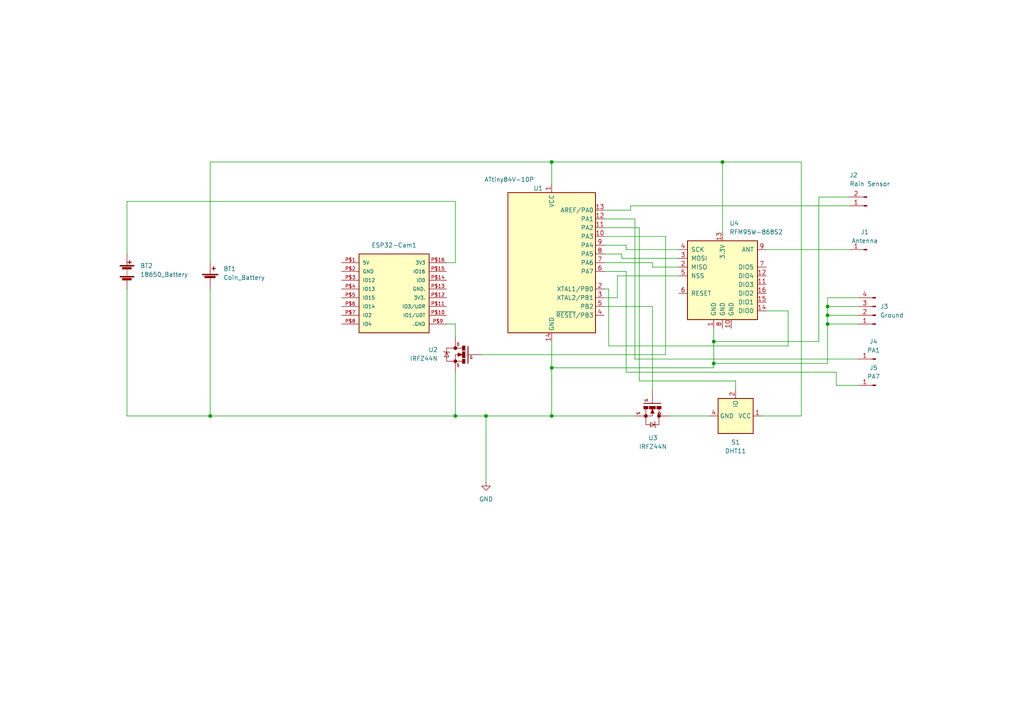
<source format=kicad_sch>
(kicad_sch (version 20211123) (generator eeschema)

  (uuid e63e39d7-6ac0-4ffd-8aa3-1841a4541b55)

  (paper "A4")

  (title_block
    (title "Vogelhaus_REV0.0.1")
    (date "2022-03-25")
    (rev "V0.0.1")
    (company "Moritz Honauer")
  )

  (lib_symbols
    (symbol "Connector:Conn_01x01_Male" (pin_names (offset 1.016) hide) (in_bom yes) (on_board yes)
      (property "Reference" "J" (id 0) (at 0 2.54 0)
        (effects (font (size 1.27 1.27)))
      )
      (property "Value" "Conn_01x01_Male" (id 1) (at 0 -2.54 0)
        (effects (font (size 1.27 1.27)))
      )
      (property "Footprint" "" (id 2) (at 0 0 0)
        (effects (font (size 1.27 1.27)) hide)
      )
      (property "Datasheet" "~" (id 3) (at 0 0 0)
        (effects (font (size 1.27 1.27)) hide)
      )
      (property "ki_keywords" "connector" (id 4) (at 0 0 0)
        (effects (font (size 1.27 1.27)) hide)
      )
      (property "ki_description" "Generic connector, single row, 01x01, script generated (kicad-library-utils/schlib/autogen/connector/)" (id 5) (at 0 0 0)
        (effects (font (size 1.27 1.27)) hide)
      )
      (property "ki_fp_filters" "Connector*:*" (id 6) (at 0 0 0)
        (effects (font (size 1.27 1.27)) hide)
      )
      (symbol "Conn_01x01_Male_1_1"
        (polyline
          (pts
            (xy 1.27 0)
            (xy 0.8636 0)
          )
          (stroke (width 0.1524) (type default) (color 0 0 0 0))
          (fill (type none))
        )
        (rectangle (start 0.8636 0.127) (end 0 -0.127)
          (stroke (width 0.1524) (type default) (color 0 0 0 0))
          (fill (type outline))
        )
        (pin passive line (at 5.08 0 180) (length 3.81)
          (name "Pin_1" (effects (font (size 1.27 1.27))))
          (number "1" (effects (font (size 1.27 1.27))))
        )
      )
    )
    (symbol "Connector:Conn_01x02_Male" (pin_names (offset 1.016) hide) (in_bom yes) (on_board yes)
      (property "Reference" "J" (id 0) (at 0 2.54 0)
        (effects (font (size 1.27 1.27)))
      )
      (property "Value" "Conn_01x02_Male" (id 1) (at 0 -5.08 0)
        (effects (font (size 1.27 1.27)))
      )
      (property "Footprint" "" (id 2) (at 0 0 0)
        (effects (font (size 1.27 1.27)) hide)
      )
      (property "Datasheet" "~" (id 3) (at 0 0 0)
        (effects (font (size 1.27 1.27)) hide)
      )
      (property "ki_keywords" "connector" (id 4) (at 0 0 0)
        (effects (font (size 1.27 1.27)) hide)
      )
      (property "ki_description" "Generic connector, single row, 01x02, script generated (kicad-library-utils/schlib/autogen/connector/)" (id 5) (at 0 0 0)
        (effects (font (size 1.27 1.27)) hide)
      )
      (property "ki_fp_filters" "Connector*:*_1x??_*" (id 6) (at 0 0 0)
        (effects (font (size 1.27 1.27)) hide)
      )
      (symbol "Conn_01x02_Male_1_1"
        (polyline
          (pts
            (xy 1.27 -2.54)
            (xy 0.8636 -2.54)
          )
          (stroke (width 0.1524) (type default) (color 0 0 0 0))
          (fill (type none))
        )
        (polyline
          (pts
            (xy 1.27 0)
            (xy 0.8636 0)
          )
          (stroke (width 0.1524) (type default) (color 0 0 0 0))
          (fill (type none))
        )
        (rectangle (start 0.8636 -2.413) (end 0 -2.667)
          (stroke (width 0.1524) (type default) (color 0 0 0 0))
          (fill (type outline))
        )
        (rectangle (start 0.8636 0.127) (end 0 -0.127)
          (stroke (width 0.1524) (type default) (color 0 0 0 0))
          (fill (type outline))
        )
        (pin passive line (at 5.08 0 180) (length 3.81)
          (name "Pin_1" (effects (font (size 1.27 1.27))))
          (number "1" (effects (font (size 1.27 1.27))))
        )
        (pin passive line (at 5.08 -2.54 180) (length 3.81)
          (name "Pin_2" (effects (font (size 1.27 1.27))))
          (number "2" (effects (font (size 1.27 1.27))))
        )
      )
    )
    (symbol "Connector:Conn_01x04_Male" (pin_names (offset 1.016) hide) (in_bom yes) (on_board yes)
      (property "Reference" "J" (id 0) (at 0 5.08 0)
        (effects (font (size 1.27 1.27)))
      )
      (property "Value" "Conn_01x04_Male" (id 1) (at 0 -7.62 0)
        (effects (font (size 1.27 1.27)))
      )
      (property "Footprint" "" (id 2) (at 0 0 0)
        (effects (font (size 1.27 1.27)) hide)
      )
      (property "Datasheet" "~" (id 3) (at 0 0 0)
        (effects (font (size 1.27 1.27)) hide)
      )
      (property "ki_keywords" "connector" (id 4) (at 0 0 0)
        (effects (font (size 1.27 1.27)) hide)
      )
      (property "ki_description" "Generic connector, single row, 01x04, script generated (kicad-library-utils/schlib/autogen/connector/)" (id 5) (at 0 0 0)
        (effects (font (size 1.27 1.27)) hide)
      )
      (property "ki_fp_filters" "Connector*:*_1x??_*" (id 6) (at 0 0 0)
        (effects (font (size 1.27 1.27)) hide)
      )
      (symbol "Conn_01x04_Male_1_1"
        (polyline
          (pts
            (xy 1.27 -5.08)
            (xy 0.8636 -5.08)
          )
          (stroke (width 0.1524) (type default) (color 0 0 0 0))
          (fill (type none))
        )
        (polyline
          (pts
            (xy 1.27 -2.54)
            (xy 0.8636 -2.54)
          )
          (stroke (width 0.1524) (type default) (color 0 0 0 0))
          (fill (type none))
        )
        (polyline
          (pts
            (xy 1.27 0)
            (xy 0.8636 0)
          )
          (stroke (width 0.1524) (type default) (color 0 0 0 0))
          (fill (type none))
        )
        (polyline
          (pts
            (xy 1.27 2.54)
            (xy 0.8636 2.54)
          )
          (stroke (width 0.1524) (type default) (color 0 0 0 0))
          (fill (type none))
        )
        (rectangle (start 0.8636 -4.953) (end 0 -5.207)
          (stroke (width 0.1524) (type default) (color 0 0 0 0))
          (fill (type outline))
        )
        (rectangle (start 0.8636 -2.413) (end 0 -2.667)
          (stroke (width 0.1524) (type default) (color 0 0 0 0))
          (fill (type outline))
        )
        (rectangle (start 0.8636 0.127) (end 0 -0.127)
          (stroke (width 0.1524) (type default) (color 0 0 0 0))
          (fill (type outline))
        )
        (rectangle (start 0.8636 2.667) (end 0 2.413)
          (stroke (width 0.1524) (type default) (color 0 0 0 0))
          (fill (type outline))
        )
        (pin passive line (at 5.08 2.54 180) (length 3.81)
          (name "Pin_1" (effects (font (size 1.27 1.27))))
          (number "1" (effects (font (size 1.27 1.27))))
        )
        (pin passive line (at 5.08 0 180) (length 3.81)
          (name "Pin_2" (effects (font (size 1.27 1.27))))
          (number "2" (effects (font (size 1.27 1.27))))
        )
        (pin passive line (at 5.08 -2.54 180) (length 3.81)
          (name "Pin_3" (effects (font (size 1.27 1.27))))
          (number "3" (effects (font (size 1.27 1.27))))
        )
        (pin passive line (at 5.08 -5.08 180) (length 3.81)
          (name "Pin_4" (effects (font (size 1.27 1.27))))
          (number "4" (effects (font (size 1.27 1.27))))
        )
      )
    )
    (symbol "Device:Battery" (pin_numbers hide) (pin_names (offset 0) hide) (in_bom yes) (on_board yes)
      (property "Reference" "BT" (id 0) (at 2.54 2.54 0)
        (effects (font (size 1.27 1.27)) (justify left))
      )
      (property "Value" "Battery" (id 1) (at 2.54 0 0)
        (effects (font (size 1.27 1.27)) (justify left))
      )
      (property "Footprint" "" (id 2) (at 0 1.524 90)
        (effects (font (size 1.27 1.27)) hide)
      )
      (property "Datasheet" "~" (id 3) (at 0 1.524 90)
        (effects (font (size 1.27 1.27)) hide)
      )
      (property "ki_keywords" "batt voltage-source cell" (id 4) (at 0 0 0)
        (effects (font (size 1.27 1.27)) hide)
      )
      (property "ki_description" "Multiple-cell battery" (id 5) (at 0 0 0)
        (effects (font (size 1.27 1.27)) hide)
      )
      (symbol "Battery_0_1"
        (rectangle (start -2.032 -1.397) (end 2.032 -1.651)
          (stroke (width 0) (type default) (color 0 0 0 0))
          (fill (type outline))
        )
        (rectangle (start -2.032 1.778) (end 2.032 1.524)
          (stroke (width 0) (type default) (color 0 0 0 0))
          (fill (type outline))
        )
        (rectangle (start -1.3208 -1.9812) (end 1.27 -2.4892)
          (stroke (width 0) (type default) (color 0 0 0 0))
          (fill (type outline))
        )
        (rectangle (start -1.3208 1.1938) (end 1.27 0.6858)
          (stroke (width 0) (type default) (color 0 0 0 0))
          (fill (type outline))
        )
        (polyline
          (pts
            (xy 0 -1.524)
            (xy 0 -1.27)
          )
          (stroke (width 0) (type default) (color 0 0 0 0))
          (fill (type none))
        )
        (polyline
          (pts
            (xy 0 -1.016)
            (xy 0 -0.762)
          )
          (stroke (width 0) (type default) (color 0 0 0 0))
          (fill (type none))
        )
        (polyline
          (pts
            (xy 0 -0.508)
            (xy 0 -0.254)
          )
          (stroke (width 0) (type default) (color 0 0 0 0))
          (fill (type none))
        )
        (polyline
          (pts
            (xy 0 0)
            (xy 0 0.254)
          )
          (stroke (width 0) (type default) (color 0 0 0 0))
          (fill (type none))
        )
        (polyline
          (pts
            (xy 0 0.508)
            (xy 0 0.762)
          )
          (stroke (width 0) (type default) (color 0 0 0 0))
          (fill (type none))
        )
        (polyline
          (pts
            (xy 0 1.778)
            (xy 0 2.54)
          )
          (stroke (width 0) (type default) (color 0 0 0 0))
          (fill (type none))
        )
        (polyline
          (pts
            (xy 0.254 2.667)
            (xy 1.27 2.667)
          )
          (stroke (width 0.254) (type default) (color 0 0 0 0))
          (fill (type none))
        )
        (polyline
          (pts
            (xy 0.762 3.175)
            (xy 0.762 2.159)
          )
          (stroke (width 0.254) (type default) (color 0 0 0 0))
          (fill (type none))
        )
      )
      (symbol "Battery_1_1"
        (pin passive line (at 0 5.08 270) (length 2.54)
          (name "+" (effects (font (size 1.27 1.27))))
          (number "1" (effects (font (size 1.27 1.27))))
        )
        (pin passive line (at 0 -5.08 90) (length 2.54)
          (name "-" (effects (font (size 1.27 1.27))))
          (number "2" (effects (font (size 1.27 1.27))))
        )
      )
    )
    (symbol "Device:Battery_Cell" (pin_numbers hide) (pin_names (offset 0) hide) (in_bom yes) (on_board yes)
      (property "Reference" "BT" (id 0) (at 2.54 2.54 0)
        (effects (font (size 1.27 1.27)) (justify left))
      )
      (property "Value" "Battery_Cell" (id 1) (at 2.54 0 0)
        (effects (font (size 1.27 1.27)) (justify left))
      )
      (property "Footprint" "" (id 2) (at 0 1.524 90)
        (effects (font (size 1.27 1.27)) hide)
      )
      (property "Datasheet" "~" (id 3) (at 0 1.524 90)
        (effects (font (size 1.27 1.27)) hide)
      )
      (property "ki_keywords" "battery cell" (id 4) (at 0 0 0)
        (effects (font (size 1.27 1.27)) hide)
      )
      (property "ki_description" "Single-cell battery" (id 5) (at 0 0 0)
        (effects (font (size 1.27 1.27)) hide)
      )
      (symbol "Battery_Cell_0_1"
        (rectangle (start -2.286 1.778) (end 2.286 1.524)
          (stroke (width 0) (type default) (color 0 0 0 0))
          (fill (type outline))
        )
        (rectangle (start -1.5748 1.1938) (end 1.4732 0.6858)
          (stroke (width 0) (type default) (color 0 0 0 0))
          (fill (type outline))
        )
        (polyline
          (pts
            (xy 0 0.762)
            (xy 0 0)
          )
          (stroke (width 0) (type default) (color 0 0 0 0))
          (fill (type none))
        )
        (polyline
          (pts
            (xy 0 1.778)
            (xy 0 2.54)
          )
          (stroke (width 0) (type default) (color 0 0 0 0))
          (fill (type none))
        )
        (polyline
          (pts
            (xy 0.508 3.429)
            (xy 1.524 3.429)
          )
          (stroke (width 0.254) (type default) (color 0 0 0 0))
          (fill (type none))
        )
        (polyline
          (pts
            (xy 1.016 3.937)
            (xy 1.016 2.921)
          )
          (stroke (width 0.254) (type default) (color 0 0 0 0))
          (fill (type none))
        )
      )
      (symbol "Battery_Cell_1_1"
        (pin passive line (at 0 5.08 270) (length 2.54)
          (name "+" (effects (font (size 1.27 1.27))))
          (number "1" (effects (font (size 1.27 1.27))))
        )
        (pin passive line (at 0 -2.54 90) (length 2.54)
          (name "-" (effects (font (size 1.27 1.27))))
          (number "2" (effects (font (size 1.27 1.27))))
        )
      )
    )
    (symbol "ESP32-CAM:ESP32-CAM" (pin_names (offset 1.016)) (in_bom yes) (on_board yes)
      (property "Reference" "U" (id 0) (at -10.16 20.32 0)
        (effects (font (size 1.27 1.27)) (justify left bottom))
      )
      (property "Value" "ESP32-CAM" (id 1) (at 0 0 0)
        (effects (font (size 1.27 1.27)) (justify left bottom) hide)
      )
      (property "Footprint" "ESP32-CAM" (id 2) (at 0 0 0)
        (effects (font (size 1.27 1.27)) (justify left bottom) hide)
      )
      (property "Datasheet" "" (id 3) (at 0 0 0)
        (effects (font (size 1.27 1.27)) (justify left bottom) hide)
      )
      (property "ki_locked" "" (id 4) (at 0 0 0)
        (effects (font (size 1.27 1.27)))
      )
      (symbol "ESP32-CAM_0_0"
        (rectangle (start -10.16 -5.08) (end 10.16 17.78)
          (stroke (width 0.254) (type default) (color 0 0 0 0))
          (fill (type background))
        )
        (pin bidirectional line (at -15.24 15.24 0) (length 5.08)
          (name "5V" (effects (font (size 1.016 1.016))))
          (number "P$1" (effects (font (size 1.016 1.016))))
        )
        (pin bidirectional line (at 15.24 0 180) (length 5.08)
          (name "IO1/U0T" (effects (font (size 1.016 1.016))))
          (number "P$10" (effects (font (size 1.016 1.016))))
        )
        (pin bidirectional line (at 15.24 2.54 180) (length 5.08)
          (name "IO3/U0R" (effects (font (size 1.016 1.016))))
          (number "P$11" (effects (font (size 1.016 1.016))))
        )
        (pin bidirectional line (at 15.24 5.08 180) (length 5.08)
          (name "3V3." (effects (font (size 1.016 1.016))))
          (number "P$12" (effects (font (size 1.016 1.016))))
        )
        (pin bidirectional line (at 15.24 7.62 180) (length 5.08)
          (name "GND." (effects (font (size 1.016 1.016))))
          (number "P$13" (effects (font (size 1.016 1.016))))
        )
        (pin bidirectional line (at 15.24 10.16 180) (length 5.08)
          (name "IO0" (effects (font (size 1.016 1.016))))
          (number "P$14" (effects (font (size 1.016 1.016))))
        )
        (pin bidirectional line (at 15.24 12.7 180) (length 5.08)
          (name "IO16" (effects (font (size 1.016 1.016))))
          (number "P$15" (effects (font (size 1.016 1.016))))
        )
        (pin bidirectional line (at 15.24 15.24 180) (length 5.08)
          (name "3V3" (effects (font (size 1.016 1.016))))
          (number "P$16" (effects (font (size 1.016 1.016))))
        )
        (pin bidirectional line (at -15.24 12.7 0) (length 5.08)
          (name "GND" (effects (font (size 1.016 1.016))))
          (number "P$2" (effects (font (size 1.016 1.016))))
        )
        (pin bidirectional line (at -15.24 10.16 0) (length 5.08)
          (name "IO12" (effects (font (size 1.016 1.016))))
          (number "P$3" (effects (font (size 1.016 1.016))))
        )
        (pin bidirectional line (at -15.24 7.62 0) (length 5.08)
          (name "IO13" (effects (font (size 1.016 1.016))))
          (number "P$4" (effects (font (size 1.016 1.016))))
        )
        (pin bidirectional line (at -15.24 5.08 0) (length 5.08)
          (name "IO15" (effects (font (size 1.016 1.016))))
          (number "P$5" (effects (font (size 1.016 1.016))))
        )
        (pin bidirectional line (at -15.24 2.54 0) (length 5.08)
          (name "IO14" (effects (font (size 1.016 1.016))))
          (number "P$6" (effects (font (size 1.016 1.016))))
        )
        (pin bidirectional line (at -15.24 0 0) (length 5.08)
          (name "IO2" (effects (font (size 1.016 1.016))))
          (number "P$7" (effects (font (size 1.016 1.016))))
        )
        (pin bidirectional line (at -15.24 -2.54 0) (length 5.08)
          (name "IO4" (effects (font (size 1.016 1.016))))
          (number "P$8" (effects (font (size 1.016 1.016))))
        )
        (pin bidirectional line (at 15.24 -2.54 180) (length 5.08)
          (name ".GND" (effects (font (size 1.016 1.016))))
          (number "P$9" (effects (font (size 1.016 1.016))))
        )
      )
    )
    (symbol "IRFZ44N:IRFZ44N" (pin_numbers hide) (pin_names (offset 1.016) hide) (in_bom yes) (on_board yes)
      (property "Reference" "U" (id 0) (at 5.08 2.54 0)
        (effects (font (size 1.27 1.27)) (justify left bottom))
      )
      (property "Value" "IRFZ44N" (id 1) (at 5.08 0 0)
        (effects (font (size 1.27 1.27)) (justify left bottom))
      )
      (property "Footprint" "TO-220" (id 2) (at 0 0 0)
        (effects (font (size 1.27 1.27)) (justify left bottom) hide)
      )
      (property "Datasheet" "" (id 3) (at 0 0 0)
        (effects (font (size 1.27 1.27)) (justify left bottom) hide)
      )
      (property "ki_locked" "" (id 4) (at 0 0 0)
        (effects (font (size 1.27 1.27)))
      )
      (symbol "IRFZ44N_0_0"
        (rectangle (start -2.794 -2.54) (end -2.032 -1.27)
          (stroke (width 0) (type default) (color 0 0 0 0))
          (fill (type outline))
        )
        (rectangle (start -2.794 -0.889) (end -2.032 0.889)
          (stroke (width 0) (type default) (color 0 0 0 0))
          (fill (type outline))
        )
        (rectangle (start -2.794 1.27) (end -2.032 2.54)
          (stroke (width 0) (type default) (color 0 0 0 0))
          (fill (type outline))
        )
        (circle (center 0 -1.905) (radius 0.127)
          (stroke (width 0.4064) (type default) (color 0 0 0 0))
          (fill (type none))
        )
        (polyline
          (pts
            (xy -3.81 0)
            (xy -5.08 0)
          )
          (stroke (width 0.1524) (type default) (color 0 0 0 0))
          (fill (type none))
        )
        (polyline
          (pts
            (xy -3.6576 2.413)
            (xy -3.6576 -2.54)
          )
          (stroke (width 0.254) (type default) (color 0 0 0 0))
          (fill (type none))
        )
        (polyline
          (pts
            (xy -2.032 -1.905)
            (xy 0 -1.905)
          )
          (stroke (width 0.1524) (type default) (color 0 0 0 0))
          (fill (type none))
        )
        (polyline
          (pts
            (xy -2.032 0)
            (xy -0.762 -0.508)
          )
          (stroke (width 0.1524) (type default) (color 0 0 0 0))
          (fill (type none))
        )
        (polyline
          (pts
            (xy -1.778 0)
            (xy -0.889 -0.254)
          )
          (stroke (width 0.3048) (type default) (color 0 0 0 0))
          (fill (type none))
        )
        (polyline
          (pts
            (xy -0.889 -0.254)
            (xy -0.889 0)
          )
          (stroke (width 0.3048) (type default) (color 0 0 0 0))
          (fill (type none))
        )
        (polyline
          (pts
            (xy -0.889 0)
            (xy -1.143 0)
          )
          (stroke (width 0.3048) (type default) (color 0 0 0 0))
          (fill (type none))
        )
        (polyline
          (pts
            (xy -0.889 0)
            (xy 0 0)
          )
          (stroke (width 0.1524) (type default) (color 0 0 0 0))
          (fill (type none))
        )
        (polyline
          (pts
            (xy -0.889 0.254)
            (xy -1.778 0)
          )
          (stroke (width 0.3048) (type default) (color 0 0 0 0))
          (fill (type none))
        )
        (polyline
          (pts
            (xy -0.762 -0.508)
            (xy -0.762 0.508)
          )
          (stroke (width 0.1524) (type default) (color 0 0 0 0))
          (fill (type none))
        )
        (polyline
          (pts
            (xy -0.762 0.508)
            (xy -2.032 0)
          )
          (stroke (width 0.1524) (type default) (color 0 0 0 0))
          (fill (type none))
        )
        (polyline
          (pts
            (xy 0 -1.905)
            (xy 0 -2.54)
          )
          (stroke (width 0.1524) (type default) (color 0 0 0 0))
          (fill (type none))
        )
        (polyline
          (pts
            (xy 0 0)
            (xy 0 -1.905)
          )
          (stroke (width 0.1524) (type default) (color 0 0 0 0))
          (fill (type none))
        )
        (polyline
          (pts
            (xy 0 1.905)
            (xy -2.0066 1.905)
          )
          (stroke (width 0.1524) (type default) (color 0 0 0 0))
          (fill (type none))
        )
        (polyline
          (pts
            (xy 0 1.905)
            (xy 2.54 1.905)
          )
          (stroke (width 0.1524) (type default) (color 0 0 0 0))
          (fill (type none))
        )
        (polyline
          (pts
            (xy 0 2.54)
            (xy 0 1.905)
          )
          (stroke (width 0.1524) (type default) (color 0 0 0 0))
          (fill (type none))
        )
        (polyline
          (pts
            (xy 1.905 -0.635)
            (xy 3.175 -0.635)
          )
          (stroke (width 0.1524) (type default) (color 0 0 0 0))
          (fill (type none))
        )
        (polyline
          (pts
            (xy 1.905 0.762)
            (xy 1.651 0.508)
          )
          (stroke (width 0.1524) (type default) (color 0 0 0 0))
          (fill (type none))
        )
        (polyline
          (pts
            (xy 1.905 0.762)
            (xy 2.54 0.762)
          )
          (stroke (width 0.1524) (type default) (color 0 0 0 0))
          (fill (type none))
        )
        (polyline
          (pts
            (xy 2.54 -1.905)
            (xy 0 -1.905)
          )
          (stroke (width 0.1524) (type default) (color 0 0 0 0))
          (fill (type none))
        )
        (polyline
          (pts
            (xy 2.54 0.762)
            (xy 1.905 -0.635)
          )
          (stroke (width 0.1524) (type default) (color 0 0 0 0))
          (fill (type none))
        )
        (polyline
          (pts
            (xy 2.54 0.762)
            (xy 2.54 -1.905)
          )
          (stroke (width 0.1524) (type default) (color 0 0 0 0))
          (fill (type none))
        )
        (polyline
          (pts
            (xy 2.54 0.762)
            (xy 3.175 0.762)
          )
          (stroke (width 0.1524) (type default) (color 0 0 0 0))
          (fill (type none))
        )
        (polyline
          (pts
            (xy 2.54 1.905)
            (xy 2.54 0.762)
          )
          (stroke (width 0.1524) (type default) (color 0 0 0 0))
          (fill (type none))
        )
        (polyline
          (pts
            (xy 3.175 -0.635)
            (xy 2.54 0.762)
          )
          (stroke (width 0.1524) (type default) (color 0 0 0 0))
          (fill (type none))
        )
        (polyline
          (pts
            (xy 3.175 0.762)
            (xy 3.429 1.016)
          )
          (stroke (width 0.1524) (type default) (color 0 0 0 0))
          (fill (type none))
        )
        (circle (center 0 1.905) (radius 0.127)
          (stroke (width 0.4064) (type default) (color 0 0 0 0))
          (fill (type none))
        )
        (text "D" (at -1.27 2.54 0)
          (effects (font (size 0.8128 0.8128)) (justify left bottom))
        )
        (text "G" (at -5.08 -1.27 0)
          (effects (font (size 0.8128 0.8128)) (justify left bottom))
        )
        (text "S" (at -1.27 -3.556 0)
          (effects (font (size 0.8128 0.8128)) (justify left bottom))
        )
        (pin passive line (at -7.62 0 0) (length 2.54)
          (name "~" (effects (font (size 1.016 1.016))))
          (number "1" (effects (font (size 1.016 1.016))))
        )
        (pin passive line (at 0 5.08 270) (length 2.54)
          (name "~" (effects (font (size 1.016 1.016))))
          (number "2" (effects (font (size 1.016 1.016))))
        )
        (pin passive line (at 0 -5.08 90) (length 2.54)
          (name "~" (effects (font (size 1.016 1.016))))
          (number "3" (effects (font (size 1.016 1.016))))
        )
      )
    )
    (symbol "MCU_Microchip_ATtiny:ATtiny84V-10P" (in_bom yes) (on_board yes)
      (property "Reference" "U" (id 0) (at -12.7 21.59 0)
        (effects (font (size 1.27 1.27)) (justify left bottom))
      )
      (property "Value" "ATtiny84V-10P" (id 1) (at 2.54 -21.59 0)
        (effects (font (size 1.27 1.27)) (justify left top))
      )
      (property "Footprint" "Package_DIP:DIP-14_W7.62mm" (id 2) (at 0 0 0)
        (effects (font (size 1.27 1.27) italic) hide)
      )
      (property "Datasheet" "http://ww1.microchip.com/downloads/en/DeviceDoc/doc8006.pdf" (id 3) (at 0 0 0)
        (effects (font (size 1.27 1.27)) hide)
      )
      (property "ki_keywords" "AVR 8bit Microcontroller tinyAVR" (id 4) (at 0 0 0)
        (effects (font (size 1.27 1.27)) hide)
      )
      (property "ki_description" "10MHz, 8kB Flash, 512B SRAM, 512B EEPROM, debugWIRE, DIP-14" (id 5) (at 0 0 0)
        (effects (font (size 1.27 1.27)) hide)
      )
      (property "ki_fp_filters" "DIP*W7.62mm*" (id 6) (at 0 0 0)
        (effects (font (size 1.27 1.27)) hide)
      )
      (symbol "ATtiny84V-10P_0_1"
        (rectangle (start -12.7 -20.32) (end 12.7 20.32)
          (stroke (width 0.254) (type default) (color 0 0 0 0))
          (fill (type background))
        )
      )
      (symbol "ATtiny84V-10P_1_1"
        (pin power_in line (at 0 22.86 270) (length 2.54)
          (name "VCC" (effects (font (size 1.27 1.27))))
          (number "1" (effects (font (size 1.27 1.27))))
        )
        (pin bidirectional line (at 15.24 7.62 180) (length 2.54)
          (name "PA3" (effects (font (size 1.27 1.27))))
          (number "10" (effects (font (size 1.27 1.27))))
        )
        (pin bidirectional line (at 15.24 10.16 180) (length 2.54)
          (name "PA2" (effects (font (size 1.27 1.27))))
          (number "11" (effects (font (size 1.27 1.27))))
        )
        (pin bidirectional line (at 15.24 12.7 180) (length 2.54)
          (name "PA1" (effects (font (size 1.27 1.27))))
          (number "12" (effects (font (size 1.27 1.27))))
        )
        (pin bidirectional line (at 15.24 15.24 180) (length 2.54)
          (name "AREF/PA0" (effects (font (size 1.27 1.27))))
          (number "13" (effects (font (size 1.27 1.27))))
        )
        (pin power_in line (at 0 -22.86 90) (length 2.54)
          (name "GND" (effects (font (size 1.27 1.27))))
          (number "14" (effects (font (size 1.27 1.27))))
        )
        (pin bidirectional line (at 15.24 -7.62 180) (length 2.54)
          (name "XTAL1/PB0" (effects (font (size 1.27 1.27))))
          (number "2" (effects (font (size 1.27 1.27))))
        )
        (pin bidirectional line (at 15.24 -10.16 180) (length 2.54)
          (name "XTAL2/PB1" (effects (font (size 1.27 1.27))))
          (number "3" (effects (font (size 1.27 1.27))))
        )
        (pin bidirectional line (at 15.24 -15.24 180) (length 2.54)
          (name "~{RESET}/PB3" (effects (font (size 1.27 1.27))))
          (number "4" (effects (font (size 1.27 1.27))))
        )
        (pin bidirectional line (at 15.24 -12.7 180) (length 2.54)
          (name "PB2" (effects (font (size 1.27 1.27))))
          (number "5" (effects (font (size 1.27 1.27))))
        )
        (pin bidirectional line (at 15.24 -2.54 180) (length 2.54)
          (name "PA7" (effects (font (size 1.27 1.27))))
          (number "6" (effects (font (size 1.27 1.27))))
        )
        (pin bidirectional line (at 15.24 0 180) (length 2.54)
          (name "PA6" (effects (font (size 1.27 1.27))))
          (number "7" (effects (font (size 1.27 1.27))))
        )
        (pin bidirectional line (at 15.24 2.54 180) (length 2.54)
          (name "PA5" (effects (font (size 1.27 1.27))))
          (number "8" (effects (font (size 1.27 1.27))))
        )
        (pin bidirectional line (at 15.24 5.08 180) (length 2.54)
          (name "PA4" (effects (font (size 1.27 1.27))))
          (number "9" (effects (font (size 1.27 1.27))))
        )
      )
    )
    (symbol "RF_Module:RFM95W-868S2" (pin_names (offset 1.016)) (in_bom yes) (on_board yes)
      (property "Reference" "U" (id 0) (at -10.414 11.684 0)
        (effects (font (size 1.27 1.27)) (justify left))
      )
      (property "Value" "RFM95W-868S2" (id 1) (at 1.524 11.43 0)
        (effects (font (size 1.27 1.27)) (justify left))
      )
      (property "Footprint" "" (id 2) (at -83.82 41.91 0)
        (effects (font (size 1.27 1.27)) hide)
      )
      (property "Datasheet" "https://www.hoperf.com/data/upload/portal/20181127/5bfcbea20e9ef.pdf" (id 3) (at -83.82 41.91 0)
        (effects (font (size 1.27 1.27)) hide)
      )
      (property "ki_keywords" "Low power long range transceiver module" (id 4) (at 0 0 0)
        (effects (font (size 1.27 1.27)) hide)
      )
      (property "ki_description" "Low power long range transceiver module, SPI and parallel interface, 868 MHz, spreading factor 6 to12, bandwith 7.8 to 500kHz, -111 to -148 dBm, SMD-16, DIP-16" (id 5) (at 0 0 0)
        (effects (font (size 1.27 1.27)) hide)
      )
      (property "ki_fp_filters" "HOPERF*RFM9XW*" (id 6) (at 0 0 0)
        (effects (font (size 1.27 1.27)) hide)
      )
      (symbol "RFM95W-868S2_0_1"
        (rectangle (start -10.16 10.16) (end 10.16 -12.7)
          (stroke (width 0.254) (type default) (color 0 0 0 0))
          (fill (type background))
        )
      )
      (symbol "RFM95W-868S2_1_1"
        (pin power_in line (at -2.54 -15.24 90) (length 2.54)
          (name "GND" (effects (font (size 1.27 1.27))))
          (number "1" (effects (font (size 1.27 1.27))))
        )
        (pin power_in line (at 2.54 -15.24 90) (length 2.54)
          (name "GND" (effects (font (size 1.27 1.27))))
          (number "10" (effects (font (size 1.27 1.27))))
        )
        (pin bidirectional line (at 12.7 -2.54 180) (length 2.54)
          (name "DIO3" (effects (font (size 1.27 1.27))))
          (number "11" (effects (font (size 1.27 1.27))))
        )
        (pin bidirectional line (at 12.7 0 180) (length 2.54)
          (name "DIO4" (effects (font (size 1.27 1.27))))
          (number "12" (effects (font (size 1.27 1.27))))
        )
        (pin power_in line (at 0 12.7 270) (length 2.54)
          (name "3.3V" (effects (font (size 1.27 1.27))))
          (number "13" (effects (font (size 1.27 1.27))))
        )
        (pin bidirectional line (at 12.7 -10.16 180) (length 2.54)
          (name "DIO0" (effects (font (size 1.27 1.27))))
          (number "14" (effects (font (size 1.27 1.27))))
        )
        (pin bidirectional line (at 12.7 -7.62 180) (length 2.54)
          (name "DIO1" (effects (font (size 1.27 1.27))))
          (number "15" (effects (font (size 1.27 1.27))))
        )
        (pin bidirectional line (at 12.7 -5.08 180) (length 2.54)
          (name "DIO2" (effects (font (size 1.27 1.27))))
          (number "16" (effects (font (size 1.27 1.27))))
        )
        (pin output line (at -12.7 2.54 0) (length 2.54)
          (name "MISO" (effects (font (size 1.27 1.27))))
          (number "2" (effects (font (size 1.27 1.27))))
        )
        (pin input line (at -12.7 5.08 0) (length 2.54)
          (name "MOSI" (effects (font (size 1.27 1.27))))
          (number "3" (effects (font (size 1.27 1.27))))
        )
        (pin input line (at -12.7 7.62 0) (length 2.54)
          (name "SCK" (effects (font (size 1.27 1.27))))
          (number "4" (effects (font (size 1.27 1.27))))
        )
        (pin input line (at -12.7 0 0) (length 2.54)
          (name "NSS" (effects (font (size 1.27 1.27))))
          (number "5" (effects (font (size 1.27 1.27))))
        )
        (pin bidirectional line (at -12.7 -5.08 0) (length 2.54)
          (name "RESET" (effects (font (size 1.27 1.27))))
          (number "6" (effects (font (size 1.27 1.27))))
        )
        (pin bidirectional line (at 12.7 2.54 180) (length 2.54)
          (name "DIO5" (effects (font (size 1.27 1.27))))
          (number "7" (effects (font (size 1.27 1.27))))
        )
        (pin power_in line (at 0 -15.24 90) (length 2.54)
          (name "GND" (effects (font (size 1.27 1.27))))
          (number "8" (effects (font (size 1.27 1.27))))
        )
        (pin bidirectional line (at 12.7 7.62 180) (length 2.54)
          (name "ANT" (effects (font (size 1.27 1.27))))
          (number "9" (effects (font (size 1.27 1.27))))
        )
      )
    )
    (symbol "Sensor:DHT11" (in_bom yes) (on_board yes)
      (property "Reference" "U" (id 0) (at -3.81 6.35 0)
        (effects (font (size 1.27 1.27)))
      )
      (property "Value" "DHT11" (id 1) (at 3.81 6.35 0)
        (effects (font (size 1.27 1.27)))
      )
      (property "Footprint" "Sensor:Aosong_DHT11_5.5x12.0_P2.54mm" (id 2) (at 0 -10.16 0)
        (effects (font (size 1.27 1.27)) hide)
      )
      (property "Datasheet" "http://akizukidenshi.com/download/ds/aosong/DHT11.pdf" (id 3) (at 3.81 6.35 0)
        (effects (font (size 1.27 1.27)) hide)
      )
      (property "ki_keywords" "Digital temperature humidity sensor" (id 4) (at 0 0 0)
        (effects (font (size 1.27 1.27)) hide)
      )
      (property "ki_description" "Temperature and humidity module" (id 5) (at 0 0 0)
        (effects (font (size 1.27 1.27)) hide)
      )
      (property "ki_fp_filters" "Aosong*DHT11*5.5x12.0*P2.54mm*" (id 6) (at 0 0 0)
        (effects (font (size 1.27 1.27)) hide)
      )
      (symbol "DHT11_0_1"
        (rectangle (start -5.08 5.08) (end 5.08 -5.08)
          (stroke (width 0.254) (type default) (color 0 0 0 0))
          (fill (type background))
        )
      )
      (symbol "DHT11_1_1"
        (pin power_in line (at 0 7.62 270) (length 2.54)
          (name "VCC" (effects (font (size 1.27 1.27))))
          (number "1" (effects (font (size 1.27 1.27))))
        )
        (pin bidirectional line (at 7.62 0 180) (length 2.54)
          (name "IO" (effects (font (size 1.27 1.27))))
          (number "2" (effects (font (size 1.27 1.27))))
        )
        (pin no_connect line (at -5.08 0 0) (length 2.54) hide
          (name "NC" (effects (font (size 1.27 1.27))))
          (number "3" (effects (font (size 1.27 1.27))))
        )
        (pin power_in line (at 0 -7.62 90) (length 2.54)
          (name "GND" (effects (font (size 1.27 1.27))))
          (number "4" (effects (font (size 1.27 1.27))))
        )
      )
    )
    (symbol "power:GND" (power) (pin_names (offset 0)) (in_bom yes) (on_board yes)
      (property "Reference" "#PWR" (id 0) (at 0 -6.35 0)
        (effects (font (size 1.27 1.27)) hide)
      )
      (property "Value" "GND" (id 1) (at 0 -3.81 0)
        (effects (font (size 1.27 1.27)))
      )
      (property "Footprint" "" (id 2) (at 0 0 0)
        (effects (font (size 1.27 1.27)) hide)
      )
      (property "Datasheet" "" (id 3) (at 0 0 0)
        (effects (font (size 1.27 1.27)) hide)
      )
      (property "ki_keywords" "power-flag" (id 4) (at 0 0 0)
        (effects (font (size 1.27 1.27)) hide)
      )
      (property "ki_description" "Power symbol creates a global label with name \"GND\" , ground" (id 5) (at 0 0 0)
        (effects (font (size 1.27 1.27)) hide)
      )
      (symbol "GND_0_1"
        (polyline
          (pts
            (xy 0 0)
            (xy 0 -1.27)
            (xy 1.27 -1.27)
            (xy 0 -2.54)
            (xy -1.27 -1.27)
            (xy 0 -1.27)
          )
          (stroke (width 0) (type default) (color 0 0 0 0))
          (fill (type none))
        )
      )
      (symbol "GND_1_1"
        (pin power_in line (at 0 0 270) (length 0) hide
          (name "GND" (effects (font (size 1.27 1.27))))
          (number "1" (effects (font (size 1.27 1.27))))
        )
      )
    )
  )

  (junction (at 207.01 99.06) (diameter 0) (color 0 0 0 0)
    (uuid 3b1a7d3f-8cd8-414d-9c59-fe1685bd614b)
  )
  (junction (at 240.03 93.98) (diameter 0) (color 0 0 0 0)
    (uuid 45ffb66a-891e-4d37-82ad-9b17c120bcc1)
  )
  (junction (at 160.02 46.99) (diameter 0) (color 0 0 0 0)
    (uuid 5f1bba1d-b61e-4e23-adfc-f62dc7c443f7)
  )
  (junction (at 240.03 91.44) (diameter 0) (color 0 0 0 0)
    (uuid 615b8331-1364-4d13-9bfa-727d2aef115e)
  )
  (junction (at 160.02 120.65) (diameter 0) (color 0 0 0 0)
    (uuid 6c960ad6-1b44-42fa-a251-5f795636b476)
  )
  (junction (at 140.97 120.65) (diameter 0) (color 0 0 0 0)
    (uuid 82e0cf51-a762-4e1c-8246-372bfe37d5ab)
  )
  (junction (at 240.03 88.9) (diameter 0) (color 0 0 0 0)
    (uuid ad1243c4-0083-45f0-bad3-b6f1ba625cc4)
  )
  (junction (at 207.01 105.41) (diameter 0) (color 0 0 0 0)
    (uuid ce865825-d871-43b5-bfd0-d7a3e3d0ca1d)
  )
  (junction (at 60.96 120.65) (diameter 0) (color 0 0 0 0)
    (uuid d34fd4ee-de3c-4818-bf76-77eeea2233d4)
  )
  (junction (at 160.02 106.68) (diameter 0) (color 0 0 0 0)
    (uuid d7d65afa-e89f-4741-9faf-d0999c5a4fa5)
  )
  (junction (at 132.08 120.65) (diameter 0) (color 0 0 0 0)
    (uuid e1550fa9-b1c5-4769-b2a8-e65ae67a0cb0)
  )
  (junction (at 209.55 46.99) (diameter 0) (color 0 0 0 0)
    (uuid e89944c6-aaa4-439e-a69e-6a3bfb58d9ff)
  )

  (wire (pts (xy 182.88 59.69) (xy 182.88 60.96))
    (stroke (width 0) (type default) (color 0 0 0 0))
    (uuid 02ddc9ee-a54d-4d9c-8bb9-23ccbb2c4b5c)
  )
  (wire (pts (xy 182.88 60.96) (xy 175.26 60.96))
    (stroke (width 0) (type default) (color 0 0 0 0))
    (uuid 05db4607-62ba-477e-be55-21555669bb33)
  )
  (wire (pts (xy 132.08 76.2) (xy 129.54 76.2))
    (stroke (width 0) (type default) (color 0 0 0 0))
    (uuid 08239498-d5c7-4d82-8b6a-a8f1207c396a)
  )
  (wire (pts (xy 240.03 88.9) (xy 248.92 88.9))
    (stroke (width 0) (type default) (color 0 0 0 0))
    (uuid 0846aee0-bd5a-424f-b47a-adc18f822b5f)
  )
  (wire (pts (xy 132.08 120.65) (xy 140.97 120.65))
    (stroke (width 0) (type default) (color 0 0 0 0))
    (uuid 0ed94178-44eb-4b3c-9893-867b06a85113)
  )
  (wire (pts (xy 139.7 102.87) (xy 193.04 102.87))
    (stroke (width 0) (type default) (color 0 0 0 0))
    (uuid 1097c611-7223-4006-9242-b456f4ac6dea)
  )
  (wire (pts (xy 36.83 83.82) (xy 36.83 120.65))
    (stroke (width 0) (type default) (color 0 0 0 0))
    (uuid 12c440e7-a795-4a06-b53a-d207a681c747)
  )
  (wire (pts (xy 193.04 102.87) (xy 193.04 68.58))
    (stroke (width 0) (type default) (color 0 0 0 0))
    (uuid 144cbf96-d71b-4ffb-b988-63b505155e30)
  )
  (wire (pts (xy 140.97 139.7) (xy 140.97 120.65))
    (stroke (width 0) (type default) (color 0 0 0 0))
    (uuid 16a4be03-8952-43bb-9ba8-8413efe128b5)
  )
  (wire (pts (xy 209.55 46.99) (xy 232.41 46.99))
    (stroke (width 0) (type default) (color 0 0 0 0))
    (uuid 198aec52-9336-4c00-9f17-4b94592db17c)
  )
  (wire (pts (xy 207.01 95.25) (xy 207.01 99.06))
    (stroke (width 0) (type default) (color 0 0 0 0))
    (uuid 1dd02339-f480-4c22-88e5-143c15c03c65)
  )
  (wire (pts (xy 181.61 71.12) (xy 175.26 71.12))
    (stroke (width 0) (type default) (color 0 0 0 0))
    (uuid 23c1d4d9-e11c-4b28-a2f2-80f5683122fd)
  )
  (wire (pts (xy 248.92 104.14) (xy 184.15 104.14))
    (stroke (width 0) (type default) (color 0 0 0 0))
    (uuid 28becaee-965f-4b3c-9ba4-16615ba49be9)
  )
  (wire (pts (xy 160.02 120.65) (xy 184.15 120.65))
    (stroke (width 0) (type default) (color 0 0 0 0))
    (uuid 2a597594-845c-4ccb-b78a-80b79da11327)
  )
  (wire (pts (xy 180.34 73.66) (xy 175.26 73.66))
    (stroke (width 0) (type default) (color 0 0 0 0))
    (uuid 2cd33795-d935-4c6c-83b2-9cb442b4d442)
  )
  (wire (pts (xy 160.02 46.99) (xy 160.02 53.34))
    (stroke (width 0) (type default) (color 0 0 0 0))
    (uuid 2d0134c8-f753-419f-aadf-47f4706e82a5)
  )
  (wire (pts (xy 160.02 46.99) (xy 209.55 46.99))
    (stroke (width 0) (type default) (color 0 0 0 0))
    (uuid 31fc7f3f-386d-49ea-99e8-6e67ca1379f5)
  )
  (wire (pts (xy 180.34 74.93) (xy 180.34 73.66))
    (stroke (width 0) (type default) (color 0 0 0 0))
    (uuid 342949d4-a9b5-4b1e-880d-65aaf63e07a3)
  )
  (wire (pts (xy 184.15 104.14) (xy 184.15 63.5))
    (stroke (width 0) (type default) (color 0 0 0 0))
    (uuid 3886c978-c5b7-4ada-96a7-c83d57a4df78)
  )
  (wire (pts (xy 175.26 76.2) (xy 189.23 76.2))
    (stroke (width 0) (type default) (color 0 0 0 0))
    (uuid 3a297329-5b28-48ee-9dbf-fbb5f9dd92d3)
  )
  (wire (pts (xy 140.97 120.65) (xy 160.02 120.65))
    (stroke (width 0) (type default) (color 0 0 0 0))
    (uuid 3bc41686-bb14-48dd-8a71-db0738f320ef)
  )
  (wire (pts (xy 185.42 66.04) (xy 185.42 110.49))
    (stroke (width 0) (type default) (color 0 0 0 0))
    (uuid 3c42356a-de16-474a-9832-7a3b9ee1cd06)
  )
  (wire (pts (xy 248.92 86.36) (xy 240.03 86.36))
    (stroke (width 0) (type default) (color 0 0 0 0))
    (uuid 3d553526-9915-414b-91bc-c7e10cf399d9)
  )
  (wire (pts (xy 181.61 72.39) (xy 181.61 71.12))
    (stroke (width 0) (type default) (color 0 0 0 0))
    (uuid 3e749830-775f-4306-a54b-2e2add57d186)
  )
  (wire (pts (xy 240.03 86.36) (xy 240.03 88.9))
    (stroke (width 0) (type default) (color 0 0 0 0))
    (uuid 49c5f337-1ff7-4b6f-baf9-163138269467)
  )
  (wire (pts (xy 213.36 113.03) (xy 213.36 110.49))
    (stroke (width 0) (type default) (color 0 0 0 0))
    (uuid 4c5fc6c3-898e-446a-b488-cd71350726d5)
  )
  (wire (pts (xy 176.53 100.33) (xy 176.53 83.82))
    (stroke (width 0) (type default) (color 0 0 0 0))
    (uuid 4d6dcf5c-513e-4dd4-a128-88fa6ed270dc)
  )
  (wire (pts (xy 36.83 58.42) (xy 132.08 58.42))
    (stroke (width 0) (type default) (color 0 0 0 0))
    (uuid 5019f4d6-cf58-4601-bf35-5c139707b3de)
  )
  (wire (pts (xy 176.53 83.82) (xy 175.26 83.82))
    (stroke (width 0) (type default) (color 0 0 0 0))
    (uuid 50c0edc1-2190-4dcd-b03f-5a6e04556d56)
  )
  (wire (pts (xy 246.38 57.15) (xy 237.49 57.15))
    (stroke (width 0) (type default) (color 0 0 0 0))
    (uuid 54d41edd-5bfe-426d-873e-cc5f21bca36b)
  )
  (wire (pts (xy 240.03 88.9) (xy 240.03 91.44))
    (stroke (width 0) (type default) (color 0 0 0 0))
    (uuid 55e3e688-66e9-49fa-9aec-fbb8a929ff25)
  )
  (wire (pts (xy 242.57 107.95) (xy 181.61 107.95))
    (stroke (width 0) (type default) (color 0 0 0 0))
    (uuid 55fa25f7-0fde-4d2e-b5f9-152fc05d3bf6)
  )
  (wire (pts (xy 132.08 93.98) (xy 129.54 93.98))
    (stroke (width 0) (type default) (color 0 0 0 0))
    (uuid 5a8e384e-675c-4b0e-9882-2ef5a1886a35)
  )
  (wire (pts (xy 248.92 111.76) (xy 242.57 111.76))
    (stroke (width 0) (type default) (color 0 0 0 0))
    (uuid 5ba707b6-eaa6-4a48-873e-35ed95831d30)
  )
  (wire (pts (xy 179.07 80.01) (xy 179.07 86.36))
    (stroke (width 0) (type default) (color 0 0 0 0))
    (uuid 5ef023b9-47b4-40e8-bac1-063c9ccdd75d)
  )
  (wire (pts (xy 189.23 76.2) (xy 189.23 77.47))
    (stroke (width 0) (type default) (color 0 0 0 0))
    (uuid 66512f77-670a-43d0-a686-b76d8541d601)
  )
  (wire (pts (xy 207.01 106.68) (xy 160.02 106.68))
    (stroke (width 0) (type default) (color 0 0 0 0))
    (uuid 6881dae6-6689-4c3e-98e1-70a3bb8ec2c4)
  )
  (wire (pts (xy 240.03 93.98) (xy 240.03 105.41))
    (stroke (width 0) (type default) (color 0 0 0 0))
    (uuid 6a3746f1-fff2-4ee8-aa44-38cfdf00ee15)
  )
  (wire (pts (xy 60.96 83.82) (xy 60.96 120.65))
    (stroke (width 0) (type default) (color 0 0 0 0))
    (uuid 6b846623-ad58-4502-a743-0a6b07a64952)
  )
  (wire (pts (xy 196.85 74.93) (xy 180.34 74.93))
    (stroke (width 0) (type default) (color 0 0 0 0))
    (uuid 6e3047cd-d05c-4379-803e-7926bff965b2)
  )
  (wire (pts (xy 132.08 58.42) (xy 132.08 76.2))
    (stroke (width 0) (type default) (color 0 0 0 0))
    (uuid 6edd04f0-ff4b-4ea6-943e-346e5ae7bcd0)
  )
  (wire (pts (xy 175.26 88.9) (xy 189.23 88.9))
    (stroke (width 0) (type default) (color 0 0 0 0))
    (uuid 7036aa33-2b06-43ff-9a4a-b106bf353b9f)
  )
  (wire (pts (xy 220.98 120.65) (xy 232.41 120.65))
    (stroke (width 0) (type default) (color 0 0 0 0))
    (uuid 792db43d-9703-4df6-926e-51d5fa78fcb2)
  )
  (wire (pts (xy 60.96 76.2) (xy 60.96 46.99))
    (stroke (width 0) (type default) (color 0 0 0 0))
    (uuid 841cb386-e751-4032-a8fe-4c6769c37a89)
  )
  (wire (pts (xy 237.49 99.06) (xy 207.01 99.06))
    (stroke (width 0) (type default) (color 0 0 0 0))
    (uuid 843c4c64-ddf9-4294-a315-9db16f3cb29a)
  )
  (wire (pts (xy 222.25 72.39) (xy 246.38 72.39))
    (stroke (width 0) (type default) (color 0 0 0 0))
    (uuid 84a2b690-57d2-4ad8-9b27-983e18b7a787)
  )
  (wire (pts (xy 181.61 78.74) (xy 175.26 78.74))
    (stroke (width 0) (type default) (color 0 0 0 0))
    (uuid 8d284c08-ce4e-4256-af44-d9c4f64aa5a8)
  )
  (wire (pts (xy 179.07 86.36) (xy 175.26 86.36))
    (stroke (width 0) (type default) (color 0 0 0 0))
    (uuid 9565d378-0f0f-412e-8e8e-1a22e8acfde4)
  )
  (wire (pts (xy 181.61 78.74) (xy 181.61 107.95))
    (stroke (width 0) (type default) (color 0 0 0 0))
    (uuid 96132d7f-1832-4291-83b9-901c70263f97)
  )
  (wire (pts (xy 185.42 66.04) (xy 175.26 66.04))
    (stroke (width 0) (type default) (color 0 0 0 0))
    (uuid 977c6e16-7518-4392-9c4c-baf1a3c7cbac)
  )
  (wire (pts (xy 209.55 67.31) (xy 209.55 46.99))
    (stroke (width 0) (type default) (color 0 0 0 0))
    (uuid 99632c3d-0035-43e5-834d-997a25a1164d)
  )
  (wire (pts (xy 160.02 106.68) (xy 160.02 99.06))
    (stroke (width 0) (type default) (color 0 0 0 0))
    (uuid 9a66011f-f954-46df-8edb-ff20050e5ea4)
  )
  (wire (pts (xy 228.6 100.33) (xy 176.53 100.33))
    (stroke (width 0) (type default) (color 0 0 0 0))
    (uuid 9cb55a73-41bc-4e22-8764-0390ea3a33dd)
  )
  (wire (pts (xy 132.08 107.95) (xy 132.08 120.65))
    (stroke (width 0) (type default) (color 0 0 0 0))
    (uuid 9d94eb7f-c8b7-410f-b553-4fecb1f24eda)
  )
  (wire (pts (xy 207.01 105.41) (xy 207.01 106.68))
    (stroke (width 0) (type default) (color 0 0 0 0))
    (uuid a2f9bcfd-3520-4981-9f97-41e74d378286)
  )
  (wire (pts (xy 242.57 111.76) (xy 242.57 107.95))
    (stroke (width 0) (type default) (color 0 0 0 0))
    (uuid a7b87e90-0e94-453a-997b-dcddb3c0d708)
  )
  (wire (pts (xy 237.49 57.15) (xy 237.49 99.06))
    (stroke (width 0) (type default) (color 0 0 0 0))
    (uuid a9705ec0-5e59-4596-8233-1a81e1c2a923)
  )
  (wire (pts (xy 160.02 120.65) (xy 160.02 106.68))
    (stroke (width 0) (type default) (color 0 0 0 0))
    (uuid a9e507c2-2099-45c8-9abe-c1a02c926657)
  )
  (wire (pts (xy 232.41 46.99) (xy 232.41 120.65))
    (stroke (width 0) (type default) (color 0 0 0 0))
    (uuid b2b8137d-6469-4331-8571-b522866c1558)
  )
  (wire (pts (xy 213.36 110.49) (xy 185.42 110.49))
    (stroke (width 0) (type default) (color 0 0 0 0))
    (uuid b71d6599-8314-4633-b236-d8576aad0596)
  )
  (wire (pts (xy 240.03 91.44) (xy 240.03 93.98))
    (stroke (width 0) (type default) (color 0 0 0 0))
    (uuid bab1e51d-eb2d-461d-8faf-f6acc988f943)
  )
  (wire (pts (xy 207.01 99.06) (xy 207.01 105.41))
    (stroke (width 0) (type default) (color 0 0 0 0))
    (uuid bfc1c310-da96-4389-a9ff-037303b81359)
  )
  (wire (pts (xy 189.23 77.47) (xy 196.85 77.47))
    (stroke (width 0) (type default) (color 0 0 0 0))
    (uuid c129f6bf-a531-4b93-a335-369e96bc928a)
  )
  (wire (pts (xy 240.03 105.41) (xy 207.01 105.41))
    (stroke (width 0) (type default) (color 0 0 0 0))
    (uuid c1d3f9cd-0028-4027-80e4-98f6083aac76)
  )
  (wire (pts (xy 196.85 80.01) (xy 179.07 80.01))
    (stroke (width 0) (type default) (color 0 0 0 0))
    (uuid c7ce4299-32a2-4be1-85dd-c95ac4a4a668)
  )
  (wire (pts (xy 246.38 59.69) (xy 182.88 59.69))
    (stroke (width 0) (type default) (color 0 0 0 0))
    (uuid c8501280-2838-48ab-b81d-cae3dfc63102)
  )
  (wire (pts (xy 36.83 120.65) (xy 60.96 120.65))
    (stroke (width 0) (type default) (color 0 0 0 0))
    (uuid d2ba9c16-2d0d-49bf-9ff4-9de05da08ed3)
  )
  (wire (pts (xy 132.08 97.79) (xy 132.08 93.98))
    (stroke (width 0) (type default) (color 0 0 0 0))
    (uuid d2c485b6-9583-457c-975d-8d4d09b059f5)
  )
  (wire (pts (xy 194.31 120.65) (xy 205.74 120.65))
    (stroke (width 0) (type default) (color 0 0 0 0))
    (uuid d4226baa-5978-43aa-899b-02e18a964b89)
  )
  (wire (pts (xy 184.15 63.5) (xy 175.26 63.5))
    (stroke (width 0) (type default) (color 0 0 0 0))
    (uuid d8ff80b3-680f-4c36-af86-111c22622a24)
  )
  (wire (pts (xy 60.96 46.99) (xy 160.02 46.99))
    (stroke (width 0) (type default) (color 0 0 0 0))
    (uuid dd2bba49-2484-4d3b-b195-b0f5abffefe0)
  )
  (wire (pts (xy 36.83 73.66) (xy 36.83 58.42))
    (stroke (width 0) (type default) (color 0 0 0 0))
    (uuid e08e22b1-f5f3-4df1-bcdd-4f9e7787243b)
  )
  (wire (pts (xy 222.25 90.17) (xy 228.6 90.17))
    (stroke (width 0) (type default) (color 0 0 0 0))
    (uuid e5092116-052b-4cb5-ad8d-8cdac8ea36ce)
  )
  (wire (pts (xy 189.23 113.03) (xy 189.23 88.9))
    (stroke (width 0) (type default) (color 0 0 0 0))
    (uuid e5b6f193-22e1-4083-a657-357a8dfe1bd0)
  )
  (wire (pts (xy 60.96 120.65) (xy 132.08 120.65))
    (stroke (width 0) (type default) (color 0 0 0 0))
    (uuid ea9602cc-540f-46c6-954d-b84c52ce43ab)
  )
  (wire (pts (xy 193.04 68.58) (xy 175.26 68.58))
    (stroke (width 0) (type default) (color 0 0 0 0))
    (uuid ed0ceb53-9be2-44f2-b5d6-b0068993d80b)
  )
  (wire (pts (xy 228.6 90.17) (xy 228.6 100.33))
    (stroke (width 0) (type default) (color 0 0 0 0))
    (uuid f042d653-a362-45d0-92c1-de9c6a983d65)
  )
  (wire (pts (xy 240.03 93.98) (xy 248.92 93.98))
    (stroke (width 0) (type default) (color 0 0 0 0))
    (uuid f6f10d36-907a-47ee-9a4a-aa0e140e3e77)
  )
  (wire (pts (xy 240.03 91.44) (xy 248.92 91.44))
    (stroke (width 0) (type default) (color 0 0 0 0))
    (uuid fa59fc12-1055-4903-9cb4-28bd0750f3b9)
  )
  (wire (pts (xy 196.85 72.39) (xy 181.61 72.39))
    (stroke (width 0) (type default) (color 0 0 0 0))
    (uuid fb6b1251-8b93-4727-bf2f-1decd902e044)
  )

  (symbol (lib_id "Connector:Conn_01x01_Male") (at 254 111.76 180) (unit 1)
    (in_bom yes) (on_board yes) (fields_autoplaced)
    (uuid 1c99e339-0c09-45da-ba06-06d1be99e812)
    (property "Reference" "J5" (id 0) (at 253.365 106.68 0))
    (property "Value" "PA7" (id 1) (at 253.365 109.22 0))
    (property "Footprint" "Connector_PinHeader_2.54mm:PinHeader_1x01_P2.54mm_Vertical" (id 2) (at 254 111.76 0)
      (effects (font (size 1.27 1.27)) hide)
    )
    (property "Datasheet" "~" (id 3) (at 254 111.76 0)
      (effects (font (size 1.27 1.27)) hide)
    )
    (pin "1" (uuid 424dce41-a2b4-41a5-ae06-725f30c747c7))
  )

  (symbol (lib_id "Connector:Conn_01x02_Male") (at 251.46 59.69 180) (unit 1)
    (in_bom yes) (on_board yes)
    (uuid 418e869c-3463-4d58-a3de-ca53926770ac)
    (property "Reference" "J2" (id 0) (at 246.38 50.8 0)
      (effects (font (size 1.27 1.27)) (justify right))
    )
    (property "Value" "Rain Sensor" (id 1) (at 246.38 53.34 0)
      (effects (font (size 1.27 1.27)) (justify right))
    )
    (property "Footprint" "Connector_PinHeader_2.54mm:PinHeader_1x02_P2.54mm_Vertical" (id 2) (at 251.46 59.69 0)
      (effects (font (size 1.27 1.27)) hide)
    )
    (property "Datasheet" "~" (id 3) (at 251.46 59.69 0)
      (effects (font (size 1.27 1.27)) hide)
    )
    (pin "1" (uuid 268db60c-42eb-4d35-a19c-836fd3ecd680))
    (pin "2" (uuid be2abe77-d4c7-4bb2-997b-016468cea80e))
  )

  (symbol (lib_id "Device:Battery") (at 36.83 78.74 0) (unit 1)
    (in_bom yes) (on_board yes) (fields_autoplaced)
    (uuid 50a1fa97-8a81-4c37-ab0e-7e955f5cce02)
    (property "Reference" "BT2" (id 0) (at 40.64 77.0889 0)
      (effects (font (size 1.27 1.27)) (justify left))
    )
    (property "Value" "18650_Battery" (id 1) (at 40.64 79.6289 0)
      (effects (font (size 1.27 1.27)) (justify left))
    )
    (property "Footprint" "Battery:BatteryHolder_MPD_BH-18650-PC2" (id 2) (at 36.83 77.216 90)
      (effects (font (size 1.27 1.27)) hide)
    )
    (property "Datasheet" "~" (id 3) (at 36.83 77.216 90)
      (effects (font (size 1.27 1.27)) hide)
    )
    (pin "1" (uuid 17b87f67-8786-41e9-ab45-caa56d8c435d))
    (pin "2" (uuid 7e3716c6-bd4b-4b73-bf20-cfdce2a449e5))
  )

  (symbol (lib_id "Connector:Conn_01x01_Male") (at 251.46 72.39 180) (unit 1)
    (in_bom yes) (on_board yes) (fields_autoplaced)
    (uuid 7c8cec3b-e46b-4962-b046-1a44d3993e49)
    (property "Reference" "J1" (id 0) (at 250.825 67.31 0))
    (property "Value" "Antenna" (id 1) (at 250.825 69.85 0))
    (property "Footprint" "Connector_PinHeader_2.54mm:PinHeader_1x01_P2.54mm_Vertical" (id 2) (at 251.46 72.39 0)
      (effects (font (size 1.27 1.27)) hide)
    )
    (property "Datasheet" "~" (id 3) (at 251.46 72.39 0)
      (effects (font (size 1.27 1.27)) hide)
    )
    (pin "1" (uuid dcd0ad1a-e35f-4f5d-a9fb-f834075ae76c))
  )

  (symbol (lib_id "Sensor:DHT11") (at 213.36 120.65 270) (mirror x) (unit 1)
    (in_bom yes) (on_board yes) (fields_autoplaced)
    (uuid 81df96c8-bc93-4ca5-9f30-eebf79fa471f)
    (property "Reference" "S1" (id 0) (at 213.36 128.27 90))
    (property "Value" "DHT11" (id 1) (at 213.36 130.81 90))
    (property "Footprint" "Sensor:Aosong_DHT11_5.5x12.0_P2.54mm" (id 2) (at 203.2 120.65 0)
      (effects (font (size 1.27 1.27)) hide)
    )
    (property "Datasheet" "http://akizukidenshi.com/download/ds/aosong/DHT11.pdf" (id 3) (at 219.71 116.84 0)
      (effects (font (size 1.27 1.27)) hide)
    )
    (pin "1" (uuid 7b5a2037-5c5f-4bd5-bff1-ac1256293677))
    (pin "2" (uuid 491a1b51-9831-442a-96b8-650a78aa7069))
    (pin "3" (uuid 00da34fc-ee2f-4b3a-abf2-60e7fd08932e))
    (pin "4" (uuid d5beb9e2-e8ad-4d91-9851-fcc233ff9d26))
  )

  (symbol (lib_id "power:GND") (at 140.97 139.7 0) (unit 1)
    (in_bom yes) (on_board yes) (fields_autoplaced)
    (uuid 82149d08-d45c-4ffb-beff-df41074c875d)
    (property "Reference" "#PWR01" (id 0) (at 140.97 146.05 0)
      (effects (font (size 1.27 1.27)) hide)
    )
    (property "Value" "GND" (id 1) (at 140.97 144.78 0))
    (property "Footprint" "" (id 2) (at 140.97 139.7 0)
      (effects (font (size 1.27 1.27)) hide)
    )
    (property "Datasheet" "" (id 3) (at 140.97 139.7 0)
      (effects (font (size 1.27 1.27)) hide)
    )
    (pin "1" (uuid cc42a517-58d6-4477-a96a-5c16fd409c59))
  )

  (symbol (lib_id "MCU_Microchip_ATtiny:ATtiny84V-10P") (at 160.02 76.2 0) (unit 1)
    (in_bom yes) (on_board yes)
    (uuid 82f2e669-0ea4-44d9-8462-b33d45eca978)
    (property "Reference" "U1" (id 0) (at 157.48 54.61 0)
      (effects (font (size 1.27 1.27)) (justify right))
    )
    (property "Value" "ATtiny84V-10P" (id 1) (at 154.94 52.07 0)
      (effects (font (size 1.27 1.27)) (justify right))
    )
    (property "Footprint" "Package_DIP:DIP-14_W7.62mm" (id 2) (at 160.02 76.2 0)
      (effects (font (size 1.27 1.27) italic) hide)
    )
    (property "Datasheet" "http://ww1.microchip.com/downloads/en/DeviceDoc/doc8006.pdf" (id 3) (at 160.02 76.2 0)
      (effects (font (size 1.27 1.27)) hide)
    )
    (pin "1" (uuid b615f345-31a3-43dc-960f-f5ff7af0d2fe))
    (pin "10" (uuid 38b86b21-107f-4d20-873d-5b2fb0da8de9))
    (pin "11" (uuid 4827aef9-525f-4cd1-83f0-6fbf636dde8a))
    (pin "12" (uuid ad4064c7-3282-4ee4-ae4f-acd8e747ff8c))
    (pin "13" (uuid 9acd1a84-226f-44b6-919e-776a34b18ba9))
    (pin "14" (uuid 5b0d7a1f-3eb3-485c-9224-bbb2673045e2))
    (pin "2" (uuid e5c8933b-641b-4278-918b-b659e6155c6f))
    (pin "3" (uuid 5c5b6a64-e0c1-4778-9692-db8bb65a175f))
    (pin "4" (uuid 3383ccde-a9b9-4ff1-9809-21d60e6bcb48))
    (pin "5" (uuid 0ff4b3d5-94ca-4178-b66d-bfc968ccf59b))
    (pin "6" (uuid 812247d0-7d6b-4762-810c-6411c39009a5))
    (pin "7" (uuid 218ce5f0-e554-4cad-a689-3149b55cc4f3))
    (pin "8" (uuid 6c88dc86-3465-4d2e-9993-73883be4ba7e))
    (pin "9" (uuid ae3698fa-1baa-43d3-97c6-9506b19b0cbb))
  )

  (symbol (lib_id "IRFZ44N:IRFZ44N") (at 132.08 102.87 0) (mirror y) (unit 1)
    (in_bom yes) (on_board yes) (fields_autoplaced)
    (uuid 92848721-49b5-4e4c-b042-6fd51e1d562f)
    (property "Reference" "U2" (id 0) (at 127 101.4536 0)
      (effects (font (size 1.27 1.27)) (justify left))
    )
    (property "Value" "IRFZ44N" (id 1) (at 127 103.9936 0)
      (effects (font (size 1.27 1.27)) (justify left))
    )
    (property "Footprint" "IRFZ44N:TO-220" (id 2) (at 132.08 102.87 0)
      (effects (font (size 1.27 1.27)) (justify left bottom) hide)
    )
    (property "Datasheet" "" (id 3) (at 132.08 102.87 0)
      (effects (font (size 1.27 1.27)) (justify left bottom) hide)
    )
    (pin "1" (uuid 015f5586-ba76-4a98-9114-f5cd2c67134d))
    (pin "2" (uuid 541721d1-074b-496e-a833-813044b3e8ca))
    (pin "3" (uuid d05faa1f-5f69-41bf-86d3-2cd224432e1b))
  )

  (symbol (lib_id "RF_Module:RFM95W-868S2") (at 209.55 80.01 0) (unit 1)
    (in_bom yes) (on_board yes) (fields_autoplaced)
    (uuid 9c7cb735-d05a-4da7-91fb-81b1229617f8)
    (property "Reference" "U4" (id 0) (at 211.5694 64.77 0)
      (effects (font (size 1.27 1.27)) (justify left))
    )
    (property "Value" "RFM95W-868S2" (id 1) (at 211.5694 67.31 0)
      (effects (font (size 1.27 1.27)) (justify left))
    )
    (property "Footprint" "RF_Module:HOPERF_RFM9XW_THT" (id 2) (at 125.73 38.1 0)
      (effects (font (size 1.27 1.27)) hide)
    )
    (property "Datasheet" "https://www.hoperf.com/data/upload/portal/20181127/5bfcbea20e9ef.pdf" (id 3) (at 125.73 38.1 0)
      (effects (font (size 1.27 1.27)) hide)
    )
    (pin "1" (uuid 6ee7a6be-e318-4775-a5c4-39061a1f0e03))
    (pin "10" (uuid 8bdf4617-2822-4b62-99bc-4801d1918e34))
    (pin "11" (uuid 43ba02d5-c9fa-4c3e-9ae0-8b39f3dae857))
    (pin "12" (uuid 335e308a-8b3a-43b1-924b-35699b64bc4b))
    (pin "13" (uuid 5258fa4d-44a7-4d16-ab89-fbeb64514aac))
    (pin "14" (uuid a202e488-9576-4c7d-827d-4d04ef825f5e))
    (pin "15" (uuid a890d294-bd02-4b91-9e2a-0c3958e52f00))
    (pin "16" (uuid 1980c2f9-ba2b-4497-885b-aa0fa13927c4))
    (pin "2" (uuid eb7e2ec1-8ea7-4d02-9423-5423a03fb289))
    (pin "3" (uuid f143585d-a709-44ae-bc2c-dc876e70b967))
    (pin "4" (uuid b7173040-2f9f-4868-ba8e-93bae637cdc0))
    (pin "5" (uuid 473402ff-3b1d-4706-b32b-5912bd9381ee))
    (pin "6" (uuid 985f843c-2ae3-4a45-8885-d6ac9d7a7e22))
    (pin "7" (uuid 7439ec0e-25de-428b-b7fe-59cc0df46533))
    (pin "8" (uuid dcf182e8-980c-4de6-98a0-43e6fdef1771))
    (pin "9" (uuid 7664d682-2d8b-465b-a620-2d5b73d8a0ea))
  )

  (symbol (lib_id "IRFZ44N:IRFZ44N") (at 189.23 120.65 270) (unit 1)
    (in_bom yes) (on_board yes) (fields_autoplaced)
    (uuid a8cb9eab-62f0-4468-b71e-a950a680cd88)
    (property "Reference" "U3" (id 0) (at 189.3763 127 90))
    (property "Value" "IRFZ44N" (id 1) (at 189.3763 129.54 90))
    (property "Footprint" "IRFZ44N:TO-220" (id 2) (at 189.23 120.65 0)
      (effects (font (size 1.27 1.27)) (justify left bottom) hide)
    )
    (property "Datasheet" "" (id 3) (at 189.23 120.65 0)
      (effects (font (size 1.27 1.27)) (justify left bottom) hide)
    )
    (pin "1" (uuid a26f25fd-70d4-47bc-ac15-0599bf890e99))
    (pin "2" (uuid ed2ddda3-3ec2-401b-829f-1645e3e0d5f0))
    (pin "3" (uuid b7837bde-0dd8-453b-b9c5-6289de5c72d0))
  )

  (symbol (lib_id "Connector:Conn_01x04_Male") (at 254 91.44 180) (unit 1)
    (in_bom yes) (on_board yes) (fields_autoplaced)
    (uuid b7f53446-df7e-4ca6-ae11-16f0140f0c34)
    (property "Reference" "J3" (id 0) (at 255.27 88.8999 0)
      (effects (font (size 1.27 1.27)) (justify right))
    )
    (property "Value" "Ground" (id 1) (at 255.27 91.4399 0)
      (effects (font (size 1.27 1.27)) (justify right))
    )
    (property "Footprint" "Connector_PinHeader_2.54mm:PinHeader_1x04_P2.54mm_Vertical" (id 2) (at 254 91.44 0)
      (effects (font (size 1.27 1.27)) hide)
    )
    (property "Datasheet" "~" (id 3) (at 254 91.44 0)
      (effects (font (size 1.27 1.27)) hide)
    )
    (pin "1" (uuid 27142501-078a-415a-b876-ef9fb8886ff9))
    (pin "2" (uuid 4920ae71-e1eb-4074-995b-5ce85b958c83))
    (pin "3" (uuid db30c2d5-d831-45d5-a1e1-04b0508edcb1))
    (pin "4" (uuid 118243e9-e45f-485a-81dc-22e6a9384494))
  )

  (symbol (lib_id "Device:Battery_Cell") (at 60.96 81.28 0) (unit 1)
    (in_bom yes) (on_board yes) (fields_autoplaced)
    (uuid bd02bdb7-fb28-4798-b212-82aaa58ad8fe)
    (property "Reference" "BT1" (id 0) (at 64.77 77.9779 0)
      (effects (font (size 1.27 1.27)) (justify left))
    )
    (property "Value" "Coin_Battery" (id 1) (at 64.77 80.5179 0)
      (effects (font (size 1.27 1.27)) (justify left))
    )
    (property "Footprint" "Battery:BatteryHolder_Keystone_104_1x23mm" (id 2) (at 60.96 79.756 90)
      (effects (font (size 1.27 1.27)) hide)
    )
    (property "Datasheet" "~" (id 3) (at 60.96 79.756 90)
      (effects (font (size 1.27 1.27)) hide)
    )
    (pin "1" (uuid ecb91530-99f8-4cbb-81d1-6defed271336))
    (pin "2" (uuid 8399adeb-2c86-4f7c-b66b-bcca1235afc9))
  )

  (symbol (lib_id "ESP32-CAM:ESP32-CAM") (at 114.3 91.44 0) (unit 1)
    (in_bom yes) (on_board yes) (fields_autoplaced)
    (uuid d0a56b08-fc45-49fc-b706-4c214f648fe9)
    (property "Reference" "ESP32-Cam1" (id 0) (at 114.3 71.12 0))
    (property "Value" "ESP32-CAM" (id 1) (at 114.3 91.44 0)
      (effects (font (size 1.27 1.27)) (justify left bottom) hide)
    )
    (property "Footprint" "ESP32-CAM:ESP32-CAM" (id 2) (at 114.3 91.44 0)
      (effects (font (size 1.27 1.27)) (justify left bottom) hide)
    )
    (property "Datasheet" "" (id 3) (at 114.3 91.44 0)
      (effects (font (size 1.27 1.27)) (justify left bottom) hide)
    )
    (pin "P$1" (uuid f4b9f4d4-fe29-462e-a34b-7df90b89d2c9))
    (pin "P$10" (uuid caebb3b8-c375-431a-ac99-69ad51a89732))
    (pin "P$11" (uuid 3ea91784-9fc7-4b4d-8fab-09bf0398c5a6))
    (pin "P$12" (uuid b1cee997-1ca4-49c8-8288-3a4268edbf18))
    (pin "P$13" (uuid cf1dcf40-c002-4d4c-8d20-bc7b530e55b6))
    (pin "P$14" (uuid 6dba29cc-490c-46c9-affe-ed887cf6a785))
    (pin "P$15" (uuid 8f21f4e1-1c4d-472f-9a2a-47f1c07c7cb6))
    (pin "P$16" (uuid 46dcc02b-b17c-4a23-ab51-aaf90dd5cb7b))
    (pin "P$2" (uuid 9a7f7bfc-7c61-4479-ae5b-685380286d14))
    (pin "P$3" (uuid 917169cb-f95f-405d-84a4-29dea538372f))
    (pin "P$4" (uuid 4c04018e-fd1f-4953-8914-a5f0ced48df7))
    (pin "P$5" (uuid 8e3db80a-2e81-4b9c-8ab7-8dd29a71d15b))
    (pin "P$6" (uuid 4bc34746-57c0-44db-9f5a-0695089d0e96))
    (pin "P$7" (uuid 4a3386b7-fa3e-46a4-86ae-d0b0e37caaab))
    (pin "P$8" (uuid 6702f829-3b8b-479e-88d8-3df0dd03c9d3))
    (pin "P$9" (uuid e9e5c6b8-b985-42d1-8fe4-7bcc8c6d5013))
  )

  (symbol (lib_id "Connector:Conn_01x01_Male") (at 254 104.14 180) (unit 1)
    (in_bom yes) (on_board yes) (fields_autoplaced)
    (uuid e952a289-7cb4-458f-9020-8371e9dc3318)
    (property "Reference" "J4" (id 0) (at 253.365 99.06 0))
    (property "Value" "PA1" (id 1) (at 253.365 101.6 0))
    (property "Footprint" "Connector_PinHeader_2.54mm:PinHeader_1x01_P2.54mm_Vertical" (id 2) (at 254 104.14 0)
      (effects (font (size 1.27 1.27)) hide)
    )
    (property "Datasheet" "~" (id 3) (at 254 104.14 0)
      (effects (font (size 1.27 1.27)) hide)
    )
    (pin "1" (uuid 9f05a191-6186-44e9-b5df-e911fca71919))
  )

  (sheet_instances
    (path "/" (page "1"))
  )

  (symbol_instances
    (path "/82149d08-d45c-4ffb-beff-df41074c875d"
      (reference "#PWR01") (unit 1) (value "GND") (footprint "")
    )
    (path "/bd02bdb7-fb28-4798-b212-82aaa58ad8fe"
      (reference "BT1") (unit 1) (value "Coin_Battery") (footprint "Battery:BatteryHolder_Keystone_104_1x23mm")
    )
    (path "/50a1fa97-8a81-4c37-ab0e-7e955f5cce02"
      (reference "BT2") (unit 1) (value "18650_Battery") (footprint "Battery:BatteryHolder_MPD_BH-18650-PC2")
    )
    (path "/d0a56b08-fc45-49fc-b706-4c214f648fe9"
      (reference "ESP32-Cam1") (unit 1) (value "ESP32-CAM") (footprint "ESP32-CAM:ESP32-CAM")
    )
    (path "/7c8cec3b-e46b-4962-b046-1a44d3993e49"
      (reference "J1") (unit 1) (value "Antenna") (footprint "Connector_PinHeader_2.54mm:PinHeader_1x01_P2.54mm_Vertical")
    )
    (path "/418e869c-3463-4d58-a3de-ca53926770ac"
      (reference "J2") (unit 1) (value "Rain Sensor") (footprint "Connector_PinHeader_2.54mm:PinHeader_1x02_P2.54mm_Vertical")
    )
    (path "/b7f53446-df7e-4ca6-ae11-16f0140f0c34"
      (reference "J3") (unit 1) (value "Ground") (footprint "Connector_PinHeader_2.54mm:PinHeader_1x04_P2.54mm_Vertical")
    )
    (path "/e952a289-7cb4-458f-9020-8371e9dc3318"
      (reference "J4") (unit 1) (value "PA1") (footprint "Connector_PinHeader_2.54mm:PinHeader_1x01_P2.54mm_Vertical")
    )
    (path "/1c99e339-0c09-45da-ba06-06d1be99e812"
      (reference "J5") (unit 1) (value "PA7") (footprint "Connector_PinHeader_2.54mm:PinHeader_1x01_P2.54mm_Vertical")
    )
    (path "/81df96c8-bc93-4ca5-9f30-eebf79fa471f"
      (reference "S1") (unit 1) (value "DHT11") (footprint "Sensor:Aosong_DHT11_5.5x12.0_P2.54mm")
    )
    (path "/82f2e669-0ea4-44d9-8462-b33d45eca978"
      (reference "U1") (unit 1) (value "ATtiny84V-10P") (footprint "Package_DIP:DIP-14_W7.62mm")
    )
    (path "/92848721-49b5-4e4c-b042-6fd51e1d562f"
      (reference "U2") (unit 1) (value "IRFZ44N") (footprint "IRFZ44N:TO-220")
    )
    (path "/a8cb9eab-62f0-4468-b71e-a950a680cd88"
      (reference "U3") (unit 1) (value "IRFZ44N") (footprint "IRFZ44N:TO-220")
    )
    (path "/9c7cb735-d05a-4da7-91fb-81b1229617f8"
      (reference "U4") (unit 1) (value "RFM95W-868S2") (footprint "RF_Module:HOPERF_RFM9XW_THT")
    )
  )
)

</source>
